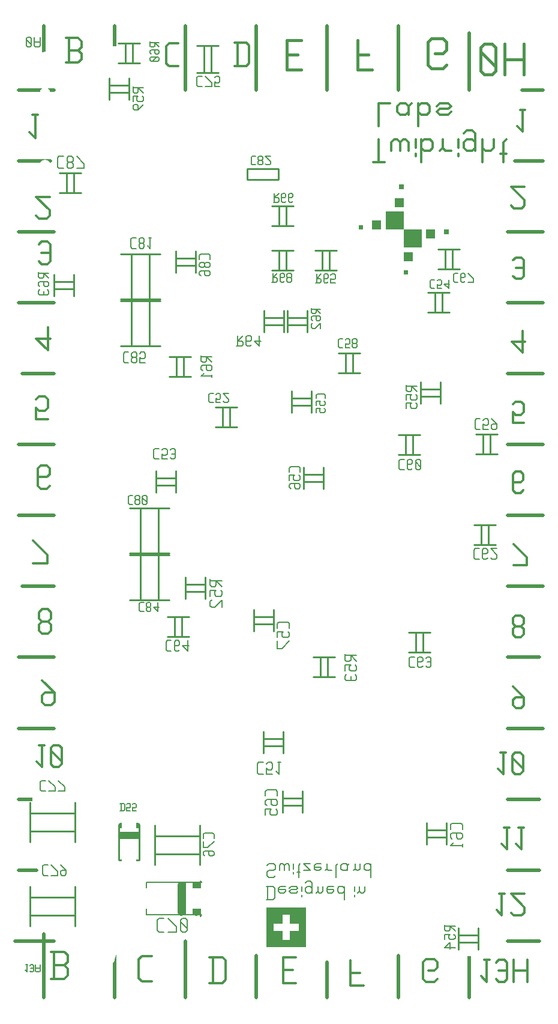
<source format=gbr>
G04 Title: Twister2, silkscreen, solder side *
G04 Creator: pcb-bin 20060321 *
G04 CreationDate: Thu May 25 07:45:50 2006 UTC *
G04 For: clock *
G04 Format: Gerber/RS-274X *
G04 PCB-Dimensions: 322834 546999 *
G04 PCB-Coordinate-Origin: lower left *
%MOIN*%
%FSLAX24Y24*%
%IPPOS*%
%ADD11C,0.0200*%
%ADD12C,0.0479*%
%ADD13C,0.0200*%
%ADD14C,0.0480*%
%ADD15C,0.0120*%
%ADD16C,0.0400*%
%ADD17C,0.0800*%
%ADD18C,0.1080*%
%ADD19C,0.0400*%
%ADD20C,0.0680*%
%ADD21C,0.0399*%
%ADD22C,0.0479*%
%ADD23C,0.0100*%
%ADD24C,0.0374*%
%ADD25R,0.0866X0.0866*%
%ADD26R,0.1142X0.1142*%
%ADD27R,0.0946X0.0946*%
%ADD28C,0.0079*%
%ADD29C,0.0080*%
%ADD30R,0.1102X0.1102*%
%ADD31R,0.1378X0.1378*%
%ADD32R,0.1182X0.1182*%
%ADD33C,0.0394*%
%ADD34R,0.0600X0.0600*%
%ADD35R,0.0876X0.0876*%
%ADD36R,0.0680X0.0680*%
%ADD37R,0.0800X0.0800*%
%ADD38R,0.1076X0.1076*%
%ADD39R,0.0880X0.0880*%
%ADD40C,0.0300*%
%ADD41C,0.0400*%
%ADD42C,0.0200*%
%ADD43R,0.0876X0.0876*%
%ADD44R,0.2000X0.2000*%
%ADD45R,0.2276X0.2276*%
%ADD46R,0.2080X0.2080*%
%ADD47R,0.0500X0.0500*%
%ADD48R,0.0775X0.0775*%
%ADD49R,0.0580X0.0580*%
%ADD50R,0.0552X0.0552*%
%ADD51R,0.0632X0.0632*%
%ADD52C,0.0156*%
%AMTHERM1*7,0,0,0.0828,0.0552,0.0156,45*%
%ADD53THERM1*%
%ADD54R,0.0828X0.0828X0.0552X0.0552*%
%ADD55R,0.0828X0.0828*%
%ADD56C,0.0552*%
%ADD57C,0.0632*%
%ADD58C,0.0828X0.0552*%
%ADD59C,0.0828*%
%ADD60C,0.0600*%
%ADD61C,0.0680*%
%ADD62C,0.0876X0.0600*%
%ADD63C,0.0876*%
%ADD64C,0.0160*%
%AMTHERM2*7,0,0,0.0876,0.0600,0.0160,45*%
%ADD65THERM2*%
%ADD66R,0.0700X0.0700*%
%ADD67R,0.0780X0.0780*%
%ADD68R,0.0975X0.0975X0.0700X0.0700*%
%ADD69R,0.0975X0.0975*%
%ADD70C,0.0700*%
%ADD71C,0.0780*%
%ADD72C,0.0210*%
%AMTHERM3*7,0,0,0.0975,0.0700,0.0210,45*%
%ADD73THERM3*%
%ADD74C,0.0975X0.0700*%
%ADD75C,0.0975*%
%ADD76R,0.0916X0.0916*%
%ADD77R,0.0200X0.0200*%
%ADD78R,0.0476X0.0476*%
%ADD79R,0.0280X0.0280*%
%ADD80C,0.1350*%
%ADD81C,0.1430*%
%ADD82C,0.1626X0.1350*%
%ADD83C,0.1626*%
%ADD84R,0.1378X0.1378*%
%ADD85R,0.1653X0.1653*%
%ADD86R,0.1458X0.1458*%
%ADD87R,0.0984X0.0984*%
%ADD88R,0.1260X0.1260*%
%ADD89R,0.1064X0.1064*%
%ADD90R,0.0620X0.0620*%
%ADD91R,0.0900X0.0900X0.0620X0.0620*%
%ADD92R,0.0900X0.0900*%
%ADD93C,0.0620*%
%ADD94C,0.0900X0.0620*%
%ADD95C,0.0900*%
%ADD96C,0.2500*%
%ADD97C,0.2580*%
%ADD98C,0.0625*%
%AMTHERM4*7,0,0,0.2780,0.2500,0.0625,45*%
%ADD99THERM4*%
%ADD100C,0.2780X0.2500*%
%ADD101C,0.2780*%
%ADD102C,0.0133*%
%AMTHERM5*7,0,0,0.0900,0.0620,0.0133,45*%
%ADD103THERM5*%
%ADD104R,0.2600X0.2600*%
%ADD105R,0.2876X0.2876*%
%ADD106R,0.2680X0.2680*%
%ADD107C,0.0169*%
%ADD108C,0.0135*%
%ADD109C,0.0128*%
%ADD110C,0.0162*%
%ADD111C,0.0122*%
%ADD112C,0.0142*%
%ADD113C,0.0149*%
%ADD114C,0.0119*%
%ADD115C,0.0136*%
%ADD116C,0.0128*%
%ADD117C,0.0108*%
%ADD118C,0.0156*%
%ADD119C,0.0101*%
%ADD120C,0.0094*%
%ADD121C,0.0115*%
%ADD122C,0.0173*%
%ADD123C,0.0146*%
%ADD124C,0.0098*%
%ADD125C,0.0091*%
%ADD126C,0.0118*%
%ADD127C,0.0220*%
%ADD128C,0.0186*%
%ADD129C,0.0152*%
%ADD130C,0.0105*%
%ADD131C,0.0132*%
%ADD132C,0.0800*%
%ADD133C,0.1079*%
%ADD134C,0.1079X0.0800*%
%ADD135C,0.0560*%
%ADD136C,0.0839*%
%ADD137C,0.0839X0.0560*%
%ADD138C,0.0480*%
%ADD139C,0.0759*%
%ADD140C,0.0759X0.0480*%
%ADD141C,0.0650*%
%ADD142C,0.0929*%
%ADD143C,0.0929X0.0650*%
%ADD144C,0.0150*%
%AMTHERM6*7,0,0,0.0929,0.0650,0.0150,45*%
%ADD145THERM6*%
%AMTHERM7*7,0,0,0.1079,0.0800,0.0150,45*%
%ADD146THERM7*%
%ADD147C,0.0839*%
%ADD148C,0.0839X0.0560*%
%ADD149C,0.1080X0.0800*%
%ADD150C,0.0160*%
%AMTHERM8*7,0,0,0.0839,0.0560,0.0160,45*%
%ADD151THERM8*%
%ADD152C,0.0120*%
%AMTHERM9*7,0,0,0.0759,0.0480,0.0120,45*%
%ADD153THERM9*%
%ADD154C,0.0150*%
%AMTHERM10*7,0,0,0.1080,0.0800,0.0150,45*%
%ADD155THERM10*%
%ADD156C,0.0560*%
%ADD157C,0.0839*%
%ADD158C,0.0839X0.0560*%
%LNGROUP_3*%
%LPD*%
G01X0Y0D02*
G54D28*X12626Y6864D02*Y4895D01*
X9634Y6785D02*Y4974D01*
X12704D01*
X9634Y6785D02*X12704D01*
G54D33*X12409Y6627D02*Y5131D01*
G54D28*X12586Y6746D02*Y4974D01*
X12252Y6785D02*Y4974D01*
X11425Y6785D02*Y4974D01*
X11799Y6785D02*Y4974D01*
G54D33*X11582Y6627D02*Y5131D01*
G54D28*X11759Y6746D02*Y4974D01*
X12626Y6864D02*X12704Y6785D01*
Y4974D02*X12626Y4895D01*
G04 Text: C70 *
G54D29*X10334Y4769D02*X10616D01*
X10240Y4675D02*X10334Y4769D01*
X10240Y4111D02*Y4675D01*
Y4111D02*X10334Y4017D01*
X10616D01*
X10841Y4769D02*X11311Y4299D01*
Y4017D02*Y4299D01*
X10841Y4017D02*X11311D01*
X11537Y4675D02*X11631Y4769D01*
X11537Y4111D02*Y4675D01*
Y4111D02*X11631Y4017D01*
X11819D01*
X11913Y4111D01*
Y4675D01*
X11819Y4769D02*X11913Y4675D01*
X11631Y4769D02*X11819D01*
X11537Y4581D02*X11913Y4205D01*
G54D23*X10110Y8359D02*X12610D01*
X10110Y9359D02*X12610D01*
X10110Y9959D02*Y7759D01*
X12610Y9959D02*Y7759D01*
G04 Text: C76 *
G54D29*X13390Y9231D02*Y9447D01*
X13318Y9519D02*X13390Y9447D01*
X12886Y9519D02*X13318D01*
X12886D02*X12814Y9447D01*
Y9231D02*Y9447D01*
X13390Y9059D02*X13030Y8699D01*
X12814D02*X13030D01*
X12814D02*Y9059D01*
Y8310D02*X12886Y8238D01*
X12814Y8310D02*Y8454D01*
X12886Y8526D02*X12814Y8454D01*
X12886Y8526D02*X13318D01*
X13390Y8454D01*
X13102Y8310D02*X13174Y8238D01*
X13102Y8310D02*Y8526D01*
X13390Y8310D02*Y8454D01*
Y8310D02*X13318Y8238D01*
X13174D02*X13318D01*
G54D23*X8115Y9964D02*Y8014D01*
G54D40*X8215Y9964D02*X9125D01*
G54D23*X9225D02*Y8014D01*
X8115D02*X9225D01*
G54D41*X8265Y9374D02*X9075D01*
G54D42*X9015Y9474D02*X9175D01*
X9015Y9274D02*X9175D01*
X8165Y9474D02*X8325D01*
X8165Y9274D02*X8325D01*
G04 Text: D55 *
G54D29*X8230Y10759D02*Y11159D01*
X8380Y10759D02*X8430Y10809D01*
Y11109D01*
X8380Y11159D02*X8430Y11109D01*
X8180Y11159D02*X8380D01*
X8180Y10759D02*X8380D01*
X8550D02*X8750D01*
X8550D02*Y10959D01*
X8600Y10909D01*
X8700D01*
X8750Y10959D01*
Y11109D01*
X8700Y11159D02*X8750Y11109D01*
X8600Y11159D02*X8700D01*
X8550Y11109D02*X8600Y11159D01*
X8870Y10759D02*X9070D01*
X8870D02*Y10959D01*
X8920Y10909D01*
X9020D01*
X9070Y10959D01*
Y11109D01*
X9020Y11159D02*X9070Y11109D01*
X8920Y11159D02*X9020D01*
X8870Y11109D02*X8920Y11159D01*
G54D23*X9810Y39159D02*Y41659D01*
X8810Y39159D02*Y41659D01*
X8210Y39159D02*X10410D01*
X8210Y41659D02*X10410D01*
G04 Text: C81 *
G54D29*X8842Y42539D02*X9058D01*
X8770Y42467D02*X8842Y42539D01*
X8770Y42035D02*Y42467D01*
Y42035D02*X8842Y41963D01*
X9058D01*
X9230Y42467D02*X9302Y42539D01*
X9230Y42323D02*Y42467D01*
Y42323D02*X9302Y42251D01*
X9446D01*
X9518Y42323D01*
Y42467D01*
X9446Y42539D02*X9518Y42467D01*
X9302Y42539D02*X9446D01*
X9230Y42179D02*X9302Y42251D01*
X9230Y42035D02*Y42179D01*
Y42035D02*X9302Y41963D01*
X9446D01*
X9518Y42035D01*
Y42179D01*
X9446Y42251D02*X9518Y42179D01*
X9763Y42539D02*X9907D01*
X9835Y41963D02*Y42539D01*
X9691Y42107D02*X9835Y41963D01*
G54D23*X15230Y46389D02*Y45769D01*
Y46389D02*X16960D01*
Y45769D01*
X15240D02*X16960D01*
G04 Text: C82 *
G54D29*X15521Y47089D02*X15704D01*
X15460Y47028D02*X15521Y47089D01*
X15460Y46662D02*Y47028D01*
Y46662D02*X15521Y46601D01*
X15704D01*
X15850Y47028D02*X15911Y47089D01*
X15850Y46906D02*Y47028D01*
Y46906D02*X15911Y46845D01*
X16033D01*
X16094Y46906D01*
Y47028D01*
X16033Y47089D02*X16094Y47028D01*
X15911Y47089D02*X16033D01*
X15850Y46784D02*X15911Y46845D01*
X15850Y46662D02*Y46784D01*
Y46662D02*X15911Y46601D01*
X16033D01*
X16094Y46662D01*
Y46784D01*
X16033Y46845D02*X16094Y46784D01*
X16241Y46662D02*X16302Y46601D01*
X16485D01*
X16546Y46662D01*
Y46784D01*
X16241Y47089D02*X16546Y46784D01*
X16241Y47089D02*X16546D01*
G54D23*X8060Y53339D02*X9260D01*
X8060Y52239D02*X9260D01*
X8460Y53339D02*Y52239D01*
X8860Y53339D02*Y52239D01*
G04 Text: R60 *
G54D29*X9852Y53195D02*Y53439D01*
Y53195D02*X9913Y53134D01*
X10035D01*
X10096Y53195D02*X10035Y53134D01*
X10096Y53195D02*Y53378D01*
X9852D02*X10340D01*
X10096D02*X10340Y53134D01*
X9852Y52805D02*X9913Y52744D01*
X9852Y52805D02*Y52927D01*
X9913Y52988D02*X9852Y52927D01*
X9913Y52988D02*X10279D01*
X10340Y52927D01*
X10096Y52805D02*X10157Y52744D01*
X10096Y52805D02*Y52988D01*
X10340Y52805D02*Y52927D01*
Y52805D02*X10279Y52744D01*
X10157D02*X10279D01*
Y52597D02*X10340Y52536D01*
X9913Y52597D02*X10279D01*
X9913D02*X9852Y52536D01*
Y52414D02*Y52536D01*
Y52414D02*X9913Y52353D01*
X10279D01*
X10340Y52414D02*X10279Y52353D01*
X10340Y52414D02*Y52536D01*
X10218Y52597D02*X9974Y52353D01*
G54D23*X7560Y51399D02*Y50199D01*
X8660Y51399D02*Y50199D01*
X7560Y50599D02*X8660D01*
X7560Y50999D02*X8660D01*
G04 Text: R59 *
G54D29*X8894Y50651D02*Y50939D01*
Y50651D02*X8966Y50579D01*
X9110D01*
X9182Y50651D02*X9110Y50579D01*
X9182Y50651D02*Y50867D01*
X8894D02*X9470D01*
X9182D02*X9470Y50579D01*
X8894Y50119D02*Y50407D01*
X9182D01*
X9110Y50335D01*
Y50191D02*Y50335D01*
Y50191D02*X9182Y50119D01*
X9398D01*
X9470Y50191D02*X9398Y50119D01*
X9470Y50191D02*Y50335D01*
X9398Y50407D02*X9470Y50335D01*
Y49946D02*X9182Y49658D01*
X8966D02*X9182D01*
X8894Y49730D02*X8966Y49658D01*
X8894Y49730D02*Y49874D01*
X8966Y49946D02*X8894Y49874D01*
X8966Y49946D02*X9110D01*
X9182Y49874D01*
Y49658D02*Y49874D01*
G54D23*X5610Y46149D02*Y45049D01*
X5210Y46149D02*Y45049D01*
X4810D02*X6010D01*
X4810Y46149D02*X6010D01*
G04 Text: C87 *
G54D29*X4783Y47069D02*X5032D01*
X4700Y46986D02*X4783Y47069D01*
X4700Y46488D02*Y46986D01*
Y46488D02*X4783Y46405D01*
X5032D01*
X5231Y46986D02*X5314Y47069D01*
X5231Y46820D02*Y46986D01*
Y46820D02*X5314Y46737D01*
X5480D01*
X5563Y46820D01*
Y46986D01*
X5480Y47069D02*X5563Y46986D01*
X5314Y47069D02*X5480D01*
X5231Y46654D02*X5314Y46737D01*
X5231Y46488D02*Y46654D01*
Y46488D02*X5314Y46405D01*
X5480D01*
X5563Y46488D01*
Y46654D01*
X5480Y46737D02*X5563Y46654D01*
X5762Y47069D02*X6177Y46654D01*
Y46405D02*Y46654D01*
X5762Y46405D02*X6177D01*
G54D23*X26250Y41919D02*Y40819D01*
X26650Y41919D02*Y40819D01*
X25850Y41919D02*X27050D01*
X25850Y40819D02*X27050D01*
G04 Text: C67 *
G54D29*X26771Y40579D02*X26954D01*
X26710Y40518D02*X26771Y40579D01*
X26710Y40152D02*Y40518D01*
Y40152D02*X26771Y40091D01*
X26954D01*
X27283D02*X27344Y40152D01*
X27161Y40091D02*X27283D01*
X27100Y40152D02*X27161Y40091D01*
X27100Y40152D02*Y40518D01*
X27161Y40579D01*
X27283Y40335D02*X27344Y40396D01*
X27100Y40335D02*X27283D01*
X27161Y40579D02*X27283D01*
X27344Y40518D01*
Y40396D02*Y40518D01*
X27491Y40579D02*X27796Y40274D01*
Y40091D02*Y40274D01*
X27491Y40091D02*X27796D01*
G54D23*X26980Y4239D02*Y3039D01*
X28080Y4239D02*Y3039D01*
X26980Y3439D02*X28080D01*
X26980Y3839D02*X28080D01*
G04 Text: R54 *
G54D29*X26214Y4141D02*Y4429D01*
Y4141D02*X26286Y4069D01*
X26430D01*
X26502Y4141D02*X26430Y4069D01*
X26502Y4141D02*Y4357D01*
X26214D02*X26790D01*
X26502D02*X26790Y4069D01*
X26214Y3609D02*Y3897D01*
X26502D01*
X26430Y3825D01*
Y3681D02*Y3825D01*
Y3681D02*X26502Y3609D01*
X26718D01*
X26790Y3681D02*X26718Y3609D01*
X26790Y3681D02*Y3825D01*
X26718Y3897D02*X26790Y3825D01*
X26502Y3436D02*X26214Y3148D01*
X26502Y3076D02*Y3436D01*
X26214Y3148D02*X26790D01*
G54D23*X28250Y26609D02*Y25509D01*
X28650Y26609D02*Y25509D01*
X27850Y26609D02*X29050D01*
X27850Y25509D02*X29050D01*
G04 Text: C62 *
G54D29*X27912Y25299D02*X28128D01*
X27840Y25227D02*X27912Y25299D01*
X27840Y24795D02*Y25227D01*
Y24795D02*X27912Y24723D01*
X28128D01*
X28516D02*X28588Y24795D01*
X28372Y24723D02*X28516D01*
X28300Y24795D02*X28372Y24723D01*
X28300Y24795D02*Y25227D01*
X28372Y25299D01*
X28516Y25011D02*X28588Y25083D01*
X28300Y25011D02*X28516D01*
X28372Y25299D02*X28516D01*
X28588Y25227D01*
Y25083D02*Y25227D01*
X28761Y24795D02*X28833Y24723D01*
X29049D01*
X29121Y24795D01*
Y24939D01*
X28761Y25299D02*X29121Y24939D01*
X28761Y25299D02*X29121D01*
G54D23*X9810Y39059D02*Y36559D01*
X8810Y39059D02*Y36559D01*
X8210D02*X10410D01*
X8210Y39059D02*X10410D01*
G04 Text: C85 *
G54D29*X8432Y36199D02*X8648D01*
X8360Y36127D02*X8432Y36199D01*
X8360Y35695D02*Y36127D01*
Y35695D02*X8432Y35623D01*
X8648D01*
X8820Y36127D02*X8892Y36199D01*
X8820Y35983D02*Y36127D01*
Y35983D02*X8892Y35911D01*
X9036D01*
X9108Y35983D01*
Y36127D01*
X9036Y36199D02*X9108Y36127D01*
X8892Y36199D02*X9036D01*
X8820Y35839D02*X8892Y35911D01*
X8820Y35695D02*Y35839D01*
Y35695D02*X8892Y35623D01*
X9036D01*
X9108Y35695D01*
Y35839D01*
X9036Y35911D02*X9108Y35839D01*
X9281Y35623D02*X9569D01*
X9281D02*Y35911D01*
X9353Y35839D01*
X9497D01*
X9569Y35911D01*
Y36127D01*
X9497Y36199D02*X9569Y36127D01*
X9353Y36199D02*X9497D01*
X9281Y36127D02*X9353Y36199D01*
G54D23*X24610Y19539D02*Y20639D01*
X25010Y19539D02*Y20639D01*
X24210D02*X25410D01*
X24210Y19539D02*X25410D01*
G04 Text: C63 *
G54D29*X24312Y19289D02*X24528D01*
X24240Y19217D02*X24312Y19289D01*
X24240Y18785D02*Y19217D01*
Y18785D02*X24312Y18713D01*
X24528D01*
X24916D02*X24988Y18785D01*
X24772Y18713D02*X24916D01*
X24700Y18785D02*X24772Y18713D01*
X24700Y18785D02*Y19217D01*
X24772Y19289D01*
X24916Y19001D02*X24988Y19073D01*
X24700Y19001D02*X24916D01*
X24772Y19289D02*X24916D01*
X24988Y19217D01*
Y19073D02*Y19217D01*
X25161Y18785D02*X25233Y18713D01*
X25377D01*
X25449Y18785D01*
Y19217D01*
X25377Y19289D02*X25449Y19217D01*
X25233Y19289D02*X25377D01*
X25161Y19217D02*X25233Y19289D01*
Y19001D02*X25449D01*
G54D23*X25220Y9269D02*X26320D01*
X25220Y9669D02*X26320D01*
X25220Y10069D02*Y8869D01*
X26320Y10069D02*Y8869D01*
G04 Text: C61 *
G54D29*X27190Y9717D02*Y9966D01*
X27107Y10049D02*X27190Y9966D01*
X26609Y10049D02*X27107D01*
X26609D02*X26526Y9966D01*
Y9717D02*Y9966D01*
Y9269D02*X26609Y9186D01*
X26526Y9269D02*Y9435D01*
X26609Y9518D02*X26526Y9435D01*
X26609Y9518D02*X27107D01*
X27190Y9435D01*
X26858Y9269D02*X26941Y9186D01*
X26858Y9269D02*Y9518D01*
X27190Y9269D02*Y9435D01*
Y9269D02*X27107Y9186D01*
X26941D02*X27107D01*
X27190Y8738D02*Y8904D01*
X26526Y8821D02*X27190D01*
X26692Y8987D02*X26526Y8821D01*
G54D23*X25680Y39529D02*Y38429D01*
X26080Y39529D02*Y38429D01*
X25280Y39529D02*X26480D01*
X25280Y38429D02*X26480D01*
G04 Text: C54 *
G54D29*X25459Y40227D02*X25642D01*
X25398Y40166D02*X25459Y40227D01*
X25398Y39800D02*Y40166D01*
Y39800D02*X25459Y39739D01*
X25642D01*
X25788D02*X26032D01*
X25788D02*Y39983D01*
X25849Y39922D01*
X25971D01*
X26032Y39983D01*
Y40166D01*
X25971Y40227D02*X26032Y40166D01*
X25849Y40227D02*X25971D01*
X25788Y40166D02*X25849Y40227D01*
X26179Y39983D02*X26423Y39739D01*
X26179Y39983D02*X26484D01*
X26423Y39739D02*Y40227D01*
G54D23*X11260Y41009D02*X12360D01*
X11260Y41409D02*X12360D01*
X11260Y41809D02*Y40609D01*
X12360Y41809D02*Y40609D01*
G04 Text: C86 *
G54D29*X13160Y41361D02*Y41577D01*
X13088Y41649D02*X13160Y41577D01*
X12656Y41649D02*X13088D01*
X12656D02*X12584Y41577D01*
Y41361D02*Y41577D01*
X13088Y41189D02*X13160Y41117D01*
X12944Y41189D02*X13088D01*
X12944D02*X12872Y41117D01*
Y40973D02*Y41117D01*
Y40973D02*X12944Y40901D01*
X13088D01*
X13160Y40973D02*X13088Y40901D01*
X13160Y40973D02*Y41117D01*
X12800Y41189D02*X12872Y41117D01*
X12656Y41189D02*X12800D01*
X12656D02*X12584Y41117D01*
Y40973D02*Y41117D01*
Y40973D02*X12656Y40901D01*
X12800D01*
X12872Y40973D02*X12800Y40901D01*
X12584Y40512D02*X12656Y40440D01*
X12584Y40512D02*Y40656D01*
X12656Y40728D02*X12584Y40656D01*
X12656Y40728D02*X13088D01*
X13160Y40656D01*
X12872Y40512D02*X12944Y40440D01*
X12872Y40512D02*Y40728D01*
X13160Y40512D02*Y40656D01*
Y40512D02*X13088Y40440D01*
X12944D02*X13088D01*
G54D23*X10310Y24959D02*Y22459D01*
X9310Y24959D02*Y22459D01*
X8710D02*X10910D01*
X8710Y24959D02*X10910D01*
G04 Text: C84 *
G54D29*X9311Y22299D02*X9494D01*
X9250Y22238D02*X9311Y22299D01*
X9250Y21872D02*Y22238D01*
Y21872D02*X9311Y21811D01*
X9494D01*
X9640Y22238D02*X9701Y22299D01*
X9640Y22116D02*Y22238D01*
Y22116D02*X9701Y22055D01*
X9823D01*
X9884Y22116D01*
Y22238D01*
X9823Y22299D02*X9884Y22238D01*
X9701Y22299D02*X9823D01*
X9640Y21994D02*X9701Y22055D01*
X9640Y21872D02*Y21994D01*
Y21872D02*X9701Y21811D01*
X9823D01*
X9884Y21872D01*
Y21994D01*
X9823Y22055D02*X9884Y21994D01*
X10031Y22055D02*X10275Y21811D01*
X10031Y22055D02*X10336D01*
X10275Y21811D02*Y22299D01*
G54D23*X21110Y36159D02*Y35059D01*
X20710Y36159D02*Y35059D01*
X20310D02*X21510D01*
X20310Y36159D02*X21510D01*
G04 Text: C58 *
G54D29*X20361Y36939D02*X20544D01*
X20300Y36878D02*X20361Y36939D01*
X20300Y36512D02*Y36878D01*
Y36512D02*X20361Y36451D01*
X20544D01*
X20690D02*X20934D01*
X20690D02*Y36695D01*
X20751Y36634D01*
X20873D01*
X20934Y36695D01*
Y36878D01*
X20873Y36939D02*X20934Y36878D01*
X20751Y36939D02*X20873D01*
X20690Y36878D02*X20751Y36939D01*
X21081Y36878D02*X21142Y36939D01*
X21081Y36756D02*Y36878D01*
Y36756D02*X21142Y36695D01*
X21264D01*
X21325Y36756D01*
Y36878D01*
X21264Y36939D02*X21325Y36878D01*
X21142Y36939D02*X21264D01*
X21081Y36634D02*X21142Y36695D01*
X21081Y36512D02*Y36634D01*
Y36512D02*X21142Y36451D01*
X21264D01*
X21325Y36512D01*
Y36634D01*
X21264Y36695D02*X21325Y36634D01*
G54D23*X16140Y14359D02*X17240D01*
X16140Y14759D02*X17240D01*
X16140Y15159D02*Y13959D01*
X17240Y15159D02*Y13959D01*
G04 Text: C51 *
G54D29*X15873Y13439D02*X16122D01*
X15790Y13356D02*X15873Y13439D01*
X15790Y12858D02*Y13356D01*
Y12858D02*X15873Y12775D01*
X16122D01*
X16321D02*X16653D01*
X16321D02*Y13107D01*
X16404Y13024D01*
X16570D01*
X16653Y13107D01*
Y13356D01*
X16570Y13439D02*X16653Y13356D01*
X16404Y13439D02*X16570D01*
X16321Y13356D02*X16404Y13439D01*
X16935D02*X17101D01*
X17018Y12775D02*Y13439D01*
X16852Y12941D02*X17018Y12775D01*
G54D23*X15600Y21119D02*X16700D01*
X15600Y21519D02*X16700D01*
X15600Y21919D02*Y20719D01*
X16700Y21919D02*Y20719D01*
G04 Text: C57 *
G54D29*X17580Y20897D02*Y21146D01*
X17497Y21229D02*X17580Y21146D01*
X16999Y21229D02*X17497D01*
X16999D02*X16916Y21146D01*
Y20897D02*Y21146D01*
Y20366D02*Y20698D01*
X17248D01*
X17165Y20615D01*
Y20449D02*Y20615D01*
Y20449D02*X17248Y20366D01*
X17497D01*
X17580Y20449D02*X17497Y20366D01*
X17580Y20449D02*Y20615D01*
X17497Y20698D02*X17580Y20615D01*
Y20167D02*X17165Y19752D01*
X16916D02*X17165D01*
X16916D02*Y20167D01*
G54D23*X10310Y27559D02*Y25059D01*
X9310Y27559D02*Y25059D01*
X8710D02*X10910D01*
X8710Y27559D02*X10910D01*
G04 Text: C80 *
G54D29*X8691Y28249D02*X8874D01*
X8630Y28188D02*X8691Y28249D01*
X8630Y27822D02*Y28188D01*
Y27822D02*X8691Y27761D01*
X8874D01*
X9020Y28188D02*X9081Y28249D01*
X9020Y28066D02*Y28188D01*
Y28066D02*X9081Y28005D01*
X9203D01*
X9264Y28066D01*
Y28188D01*
X9203Y28249D02*X9264Y28188D01*
X9081Y28249D02*X9203D01*
X9020Y27944D02*X9081Y28005D01*
X9020Y27822D02*Y27944D01*
Y27822D02*X9081Y27761D01*
X9203D01*
X9264Y27822D01*
Y27944D01*
X9203Y28005D02*X9264Y27944D01*
X9411Y28188D02*X9472Y28249D01*
X9411Y27822D02*Y28188D01*
Y27822D02*X9472Y27761D01*
X9594D01*
X9655Y27822D01*
Y28188D01*
X9594Y28249D02*X9655Y28188D01*
X9472Y28249D02*X9594D01*
X9411Y28127D02*X9655Y27883D01*
G54D23*X10910Y34859D02*X12110D01*
X10910Y35959D02*X12110D01*
X11710D02*Y34859D01*
X11310Y35959D02*Y34859D01*
G04 Text: R61 *
G54D29*X12684Y35721D02*Y36009D01*
Y35721D02*X12756Y35649D01*
X12900D01*
X12972Y35721D02*X12900Y35649D01*
X12972Y35721D02*Y35937D01*
X12684D02*X13260D01*
X12972D02*X13260Y35649D01*
X12684Y35261D02*X12756Y35189D01*
X12684Y35261D02*Y35405D01*
X12756Y35477D02*X12684Y35405D01*
X12756Y35477D02*X13188D01*
X13260Y35405D01*
X12972Y35261D02*X13044Y35189D01*
X12972Y35261D02*Y35477D01*
X13260Y35261D02*Y35405D01*
Y35261D02*X13188Y35189D01*
X13044D02*X13188D01*
X13260Y34800D02*Y34944D01*
X12684Y34872D02*X13260D01*
X12828Y35016D02*X12684Y34872D01*
G54D23*X17260Y37309D02*Y38509D01*
X16160Y37309D02*Y38509D01*
Y38109D02*X17260D01*
X16160Y37709D02*X17260D01*
G04 Text: R64 *
G54D29*X14640Y36533D02*X14928D01*
X15000Y36605D01*
Y36749D01*
X14928Y36821D02*X15000Y36749D01*
X14712Y36821D02*X14928D01*
X14712Y36533D02*Y37109D01*
Y36821D02*X15000Y37109D01*
X15388Y36533D02*X15460Y36605D01*
X15244Y36533D02*X15388D01*
X15172Y36605D02*X15244Y36533D01*
X15172Y36605D02*Y37037D01*
X15244Y37109D01*
X15388Y36821D02*X15460Y36893D01*
X15172Y36821D02*X15388D01*
X15244Y37109D02*X15388D01*
X15460Y37037D01*
Y36893D02*Y37037D01*
X15633Y36821D02*X15921Y36533D01*
X15633Y36821D02*X15993D01*
X15921Y36533D02*Y37109D01*
G54D23*X4510Y40529D02*Y39329D01*
X5610Y40529D02*Y39329D01*
X4510Y39729D02*X5610D01*
X4510Y40129D02*X5610D01*
G04 Text: R63 *
G54D29*X3644Y40371D02*Y40659D01*
Y40371D02*X3716Y40299D01*
X3860D01*
X3932Y40371D02*X3860Y40299D01*
X3932Y40371D02*Y40587D01*
X3644D02*X4220D01*
X3932D02*X4220Y40299D01*
X3644Y39911D02*X3716Y39839D01*
X3644Y39911D02*Y40055D01*
X3716Y40127D02*X3644Y40055D01*
X3716Y40127D02*X4148D01*
X4220Y40055D01*
X3932Y39911D02*X4004Y39839D01*
X3932Y39911D02*Y40127D01*
X4220Y39911D02*Y40055D01*
Y39911D02*X4148Y39839D01*
X4004D02*X4148D01*
X3716Y39666D02*X3644Y39594D01*
Y39450D02*Y39594D01*
Y39450D02*X3716Y39378D01*
X4148D01*
X4220Y39450D02*X4148Y39378D01*
X4220Y39450D02*Y39594D01*
X4148Y39666D02*X4220Y39594D01*
X3932Y39378D02*Y39594D01*
G54D23*X18370Y29419D02*X19470D01*
X18370Y29019D02*X19470D01*
Y29819D02*Y28619D01*
X18370Y29819D02*Y28619D01*
G04 Text: C56 *
G54D29*X18160Y29551D02*Y29767D01*
X18088Y29839D02*X18160Y29767D01*
X17656Y29839D02*X18088D01*
X17656D02*X17584Y29767D01*
Y29551D02*Y29767D01*
Y29091D02*Y29379D01*
X17872D01*
X17800Y29307D01*
Y29163D02*Y29307D01*
Y29163D02*X17872Y29091D01*
X18088D01*
X18160Y29163D02*X18088Y29091D01*
X18160Y29163D02*Y29307D01*
X18088Y29379D02*X18160Y29307D01*
X17584Y28702D02*X17656Y28630D01*
X17584Y28702D02*Y28846D01*
X17656Y28918D02*X17584Y28846D01*
X17656Y28918D02*X18088D01*
X18160Y28846D01*
X17872Y28702D02*X17944Y28630D01*
X17872Y28702D02*Y28918D01*
X18160Y28702D02*Y28846D01*
Y28702D02*X18088Y28630D01*
X17944D02*X18088D01*
G54D23*X3160Y10609D02*X5660D01*
X3160Y9609D02*X5660D01*
Y11209D02*Y9009D01*
X3160Y11209D02*Y9009D01*
G04 Text: C77 *
G54D29*X3812Y12429D02*X4028D01*
X3740Y12357D02*X3812Y12429D01*
X3740Y11925D02*Y12357D01*
Y11925D02*X3812Y11853D01*
X4028D01*
X4200Y12429D02*X4560Y12069D01*
Y11853D02*Y12069D01*
X4200Y11853D02*X4560D01*
X4733Y12429D02*X5093Y12069D01*
Y11853D02*Y12069D01*
X4733Y11853D02*X5093D01*
G54D23*X10160Y28809D02*X11260D01*
X10160Y29209D02*X11260D01*
X10160Y29609D02*Y28409D01*
X11260Y29609D02*Y28409D01*
G04 Text: C53 *
G54D29*X10112Y30849D02*X10328D01*
X10040Y30777D02*X10112Y30849D01*
X10040Y30345D02*Y30777D01*
Y30345D02*X10112Y30273D01*
X10328D01*
X10500D02*X10788D01*
X10500D02*Y30561D01*
X10572Y30489D01*
X10716D01*
X10788Y30561D01*
Y30777D01*
X10716Y30849D02*X10788Y30777D01*
X10572Y30849D02*X10716D01*
X10500Y30777D02*X10572Y30849D01*
X10961Y30345D02*X11033Y30273D01*
X11177D01*
X11249Y30345D01*
Y30777D01*
X11177Y30849D02*X11249Y30777D01*
X11033Y30849D02*X11177D01*
X10961Y30777D02*X11033Y30849D01*
Y30561D02*X11249D01*
G54D23*X17190Y11449D02*X18290D01*
X17190Y11049D02*X18290D01*
Y11849D02*Y10649D01*
X17190Y11849D02*Y10649D01*
G04 Text: C65 *
G54D29*X16910Y11577D02*Y11826D01*
X16827Y11909D02*X16910Y11826D01*
X16329Y11909D02*X16827D01*
X16329D02*X16246Y11826D01*
Y11577D02*Y11826D01*
Y11129D02*X16329Y11046D01*
X16246Y11129D02*Y11295D01*
X16329Y11378D02*X16246Y11295D01*
X16329Y11378D02*X16827D01*
X16910Y11295D01*
X16578Y11129D02*X16661Y11046D01*
X16578Y11129D02*Y11378D01*
X16910Y11129D02*Y11295D01*
Y11129D02*X16827Y11046D01*
X16661D02*X16827D01*
X16246Y10515D02*Y10847D01*
X16578D01*
X16495Y10764D01*
Y10598D02*Y10764D01*
Y10598D02*X16578Y10515D01*
X16827D01*
X16910Y10598D02*X16827Y10515D01*
X16910Y10598D02*Y10764D01*
X16827Y10847D02*X16910Y10764D01*
G54D23*X19010Y41859D02*X20210D01*
X19010Y40759D02*X20210D01*
X19410Y41859D02*Y40759D01*
X19810Y41859D02*Y40759D01*
G04 Text: R65 *
G54D29*X19040Y40051D02*X19284D01*
X19345Y40112D01*
Y40234D01*
X19284Y40295D02*X19345Y40234D01*
X19101Y40295D02*X19284D01*
X19101Y40051D02*Y40539D01*
Y40295D02*X19345Y40539D01*
X19674Y40051D02*X19735Y40112D01*
X19552Y40051D02*X19674D01*
X19491Y40112D02*X19552Y40051D01*
X19491Y40112D02*Y40478D01*
X19552Y40539D01*
X19674Y40295D02*X19735Y40356D01*
X19491Y40295D02*X19674D01*
X19552Y40539D02*X19674D01*
X19735Y40478D01*
Y40356D02*Y40478D01*
X19882Y40051D02*X20126D01*
X19882D02*Y40295D01*
X19943Y40234D01*
X20065D01*
X20126Y40295D01*
Y40478D01*
X20065Y40539D02*X20126Y40478D01*
X19943Y40539D02*X20065D01*
X19882Y40478D02*X19943Y40539D01*
G54D23*X14260Y33159D02*Y32059D01*
X13860Y33159D02*Y32059D01*
X13460D02*X14660D01*
X13460Y33159D02*X14660D01*
G04 Text: C52 *
G54D29*X13181Y33899D02*X13364D01*
X13120Y33838D02*X13181Y33899D01*
X13120Y33472D02*Y33838D01*
Y33472D02*X13181Y33411D01*
X13364D01*
X13510D02*X13754D01*
X13510D02*Y33655D01*
X13571Y33594D01*
X13693D01*
X13754Y33655D01*
Y33838D01*
X13693Y33899D02*X13754Y33838D01*
X13571Y33899D02*X13693D01*
X13510Y33838D02*X13571Y33899D01*
X13901Y33472D02*X13962Y33411D01*
X14145D01*
X14206Y33472D01*
Y33594D01*
X13901Y33899D02*X14206Y33594D01*
X13901Y33899D02*X14206D01*
G54D23*X12910Y23709D02*Y22509D01*
X11810Y23709D02*Y22509D01*
Y23309D02*X12910D01*
X11810Y22909D02*X12910D01*
G04 Text: R52 *
G54D29*X13176Y23267D02*Y23599D01*
Y23267D02*X13259Y23184D01*
X13425D01*
X13508Y23267D02*X13425Y23184D01*
X13508Y23267D02*Y23516D01*
X13176D02*X13840D01*
X13508D02*X13840Y23184D01*
X13176Y22653D02*Y22985D01*
X13508D01*
X13425Y22902D01*
Y22736D02*Y22902D01*
Y22736D02*X13508Y22653D01*
X13757D01*
X13840Y22736D02*X13757Y22653D01*
X13840Y22736D02*Y22902D01*
X13757Y22985D02*X13840Y22902D01*
X13259Y22454D02*X13176Y22371D01*
Y22122D02*Y22371D01*
Y22122D02*X13259Y22039D01*
X13425D01*
X13840Y22454D02*X13425Y22039D01*
X13840D02*Y22454D01*
G54D23*X18900Y19269D02*X20100D01*
X18900Y18169D02*X20100D01*
X19300Y19269D02*Y18169D01*
X19700Y19269D02*Y18169D01*
G04 Text: R53 *
G54D29*X20656Y19117D02*Y19449D01*
Y19117D02*X20739Y19034D01*
X20905D01*
X20988Y19117D02*X20905Y19034D01*
X20988Y19117D02*Y19366D01*
X20656D02*X21320D01*
X20988D02*X21320Y19034D01*
X20656Y18503D02*Y18835D01*
X20988D01*
X20905Y18752D01*
Y18586D02*Y18752D01*
Y18586D02*X20988Y18503D01*
X21237D01*
X21320Y18586D02*X21237Y18503D01*
X21320Y18586D02*Y18752D01*
X21237Y18835D02*X21320Y18752D01*
X20739Y18304D02*X20656Y18221D01*
Y18055D02*Y18221D01*
Y18055D02*X20739Y17972D01*
X21237D01*
X21320Y18055D02*X21237Y17972D01*
X21320Y18055D02*Y18221D01*
X21237Y18304D02*X21320Y18221D01*
X20988Y17972D02*Y18221D01*
G54D23*X11190Y21529D02*Y20429D01*
X11590Y21529D02*Y20429D01*
X10790Y21529D02*X11990D01*
X10790Y20429D02*X11990D01*
G04 Text: C64 *
G54D29*X10802Y20199D02*X11018D01*
X10730Y20127D02*X10802Y20199D01*
X10730Y19695D02*Y20127D01*
Y19695D02*X10802Y19623D01*
X11018D01*
X11406D02*X11478Y19695D01*
X11262Y19623D02*X11406D01*
X11190Y19695D02*X11262Y19623D01*
X11190Y19695D02*Y20127D01*
X11262Y20199D01*
X11406Y19911D02*X11478Y19983D01*
X11190Y19911D02*X11406D01*
X11262Y20199D02*X11406D01*
X11478Y20127D01*
Y19983D02*Y20127D01*
X11651Y19911D02*X11939Y19623D01*
X11651Y19911D02*X12011D01*
X11939Y19623D02*Y20199D01*
G54D23*X16610Y40759D02*X17810D01*
X16610Y41859D02*X17810D01*
X17410D02*Y40759D01*
X17010Y41859D02*Y40759D01*
G04 Text: R68 *
G54D29*X16610Y40091D02*X16854D01*
X16915Y40152D01*
Y40274D01*
X16854Y40335D02*X16915Y40274D01*
X16671Y40335D02*X16854D01*
X16671Y40091D02*Y40579D01*
Y40335D02*X16915Y40579D01*
X17244Y40091D02*X17305Y40152D01*
X17122Y40091D02*X17244D01*
X17061Y40152D02*X17122Y40091D01*
X17061Y40152D02*Y40518D01*
X17122Y40579D01*
X17244Y40335D02*X17305Y40396D01*
X17061Y40335D02*X17244D01*
X17122Y40579D02*X17244D01*
X17305Y40518D01*
Y40396D02*Y40518D01*
X17452D02*X17513Y40579D01*
X17452Y40396D02*Y40518D01*
Y40396D02*X17513Y40335D01*
X17635D01*
X17696Y40396D01*
Y40518D01*
X17635Y40579D02*X17696Y40518D01*
X17513Y40579D02*X17635D01*
X17452Y40274D02*X17513Y40335D01*
X17452Y40152D02*Y40274D01*
Y40152D02*X17513Y40091D01*
X17635D01*
X17696Y40152D01*
Y40274D01*
X17635Y40335D02*X17696Y40274D01*
G54D23*X13250Y53219D02*Y51719D01*
X12850Y53219D02*Y51719D01*
X12450D02*X13650D01*
X12450Y53219D02*X13650D01*
G04 Text: C75 *
G54D29*X12512Y51519D02*X12728D01*
X12440Y51447D02*X12512Y51519D01*
X12440Y51015D02*Y51447D01*
Y51015D02*X12512Y50943D01*
X12728D01*
X12900Y51519D02*X13260Y51159D01*
Y50943D02*Y51159D01*
X12900Y50943D02*X13260D01*
X13433D02*X13721D01*
X13433D02*Y51231D01*
X13505Y51159D01*
X13649D01*
X13721Y51231D01*
Y51447D01*
X13649Y51519D02*X13721Y51447D01*
X13505Y51519D02*X13649D01*
X13433Y51447D02*X13505Y51519D01*
G54D23*X25960Y34559D02*Y33359D01*
X24860Y34559D02*Y33359D01*
Y34159D02*X25960D01*
X24860Y33759D02*X25960D01*
G04 Text: R55 *
G54D29*X24084Y34091D02*Y34379D01*
Y34091D02*X24156Y34019D01*
X24300D01*
X24372Y34091D02*X24300Y34019D01*
X24372Y34091D02*Y34307D01*
X24084D02*X24660D01*
X24372D02*X24660Y34019D01*
X24084Y33559D02*Y33847D01*
X24372D01*
X24300Y33775D01*
Y33631D02*Y33775D01*
Y33631D02*X24372Y33559D01*
X24588D01*
X24660Y33631D02*X24588Y33559D01*
X24660Y33631D02*Y33775D01*
X24588Y33847D02*X24660Y33775D01*
X24084Y33098D02*Y33386D01*
X24372D01*
X24300Y33314D01*
Y33170D02*Y33314D01*
Y33170D02*X24372Y33098D01*
X24588D01*
X24660Y33170D02*X24588Y33098D01*
X24660Y33170D02*Y33314D01*
X24588Y33386D02*X24660Y33314D01*
G54D23*X17710Y33259D02*X18810D01*
X17710Y33659D02*X18810D01*
X17710Y34059D02*Y32859D01*
X18810Y34059D02*Y32859D01*
G04 Text: C55 *
G54D29*X19560Y33635D02*Y33818D01*
X19499Y33879D02*X19560Y33818D01*
X19133Y33879D02*X19499D01*
X19133D02*X19072Y33818D01*
Y33635D02*Y33818D01*
Y33245D02*Y33489D01*
X19316D01*
X19255Y33428D01*
Y33306D02*Y33428D01*
Y33306D02*X19316Y33245D01*
X19499D01*
X19560Y33306D02*X19499Y33245D01*
X19560Y33306D02*Y33428D01*
X19499Y33489D02*X19560Y33428D01*
X19072Y32854D02*Y33098D01*
X19316D01*
X19255Y33037D01*
Y32915D02*Y33037D01*
Y32915D02*X19316Y32854D01*
X19499D01*
X19560Y32915D02*X19499Y32854D01*
X19560Y32915D02*Y33037D01*
X19499Y33098D02*X19560Y33037D01*
G54D23*X18560Y38509D02*Y37309D01*
X17460Y38509D02*Y37309D01*
Y38109D02*X18560D01*
X17460Y37709D02*X18560D01*
G04 Text: R62 *
G54D29*X18812Y38415D02*Y38659D01*
Y38415D02*X18873Y38354D01*
X18995D01*
X19056Y38415D02*X18995Y38354D01*
X19056Y38415D02*Y38598D01*
X18812D02*X19300D01*
X19056D02*X19300Y38354D01*
X18812Y38025D02*X18873Y37964D01*
X18812Y38025D02*Y38147D01*
X18873Y38208D02*X18812Y38147D01*
X18873Y38208D02*X19239D01*
X19300Y38147D01*
X19056Y38025D02*X19117Y37964D01*
X19056Y38025D02*Y38208D01*
X19300Y38025D02*Y38147D01*
Y38025D02*X19239Y37964D01*
X19117D02*X19239D01*
X18873Y37817D02*X18812Y37756D01*
Y37573D02*Y37756D01*
Y37573D02*X18873Y37512D01*
X18995D01*
X19300Y37817D02*X18995Y37512D01*
X19300D02*Y37817D01*
G54D23*X16620Y43229D02*X17820D01*
X16620Y44329D02*X17820D01*
X17420D02*Y43229D01*
X17020Y44329D02*Y43229D01*
G04 Text: R66 *
G54D29*X16690Y44531D02*X16934D01*
X16995Y44592D01*
Y44714D01*
X16934Y44775D02*X16995Y44714D01*
X16751Y44775D02*X16934D01*
X16751Y44531D02*Y45019D01*
Y44775D02*X16995Y45019D01*
X17324Y44531D02*X17385Y44592D01*
X17202Y44531D02*X17324D01*
X17141Y44592D02*X17202Y44531D01*
X17141Y44592D02*Y44958D01*
X17202Y45019D01*
X17324Y44775D02*X17385Y44836D01*
X17141Y44775D02*X17324D01*
X17202Y45019D02*X17324D01*
X17385Y44958D01*
Y44836D02*Y44958D01*
X17715Y44531D02*X17776Y44592D01*
X17593Y44531D02*X17715D01*
X17532Y44592D02*X17593Y44531D01*
X17532Y44592D02*Y44958D01*
X17593Y45019D01*
X17715Y44775D02*X17776Y44836D01*
X17532Y44775D02*X17715D01*
X17593Y45019D02*X17715D01*
X17776Y44958D01*
Y44836D02*Y44958D01*
G54D23*X3160Y4959D02*X5660D01*
X3160Y5959D02*X5660D01*
X3160Y6559D02*Y4359D01*
X5660Y6559D02*Y4359D01*
G04 Text: C79 *
G54D29*X3952Y7739D02*X4168D01*
X3880Y7667D02*X3952Y7739D01*
X3880Y7235D02*Y7667D01*
Y7235D02*X3952Y7163D01*
X4168D01*
X4340Y7739D02*X4700Y7379D01*
Y7163D02*Y7379D01*
X4340Y7163D02*X4700D01*
X4873Y7739D02*X5161Y7451D01*
Y7235D02*Y7451D01*
X5089Y7163D02*X5161Y7235D01*
X4945Y7163D02*X5089D01*
X4873Y7235D02*X4945Y7163D01*
X4873Y7235D02*Y7379D01*
X4945Y7451D01*
X5161D01*
G54D23*X24040Y31599D02*Y30499D01*
X24440Y31599D02*Y30499D01*
X23640Y31599D02*X24840D01*
X23640Y30499D02*X24840D01*
G04 Text: C60 *
G54D29*X23742Y30259D02*X23958D01*
X23670Y30187D02*X23742Y30259D01*
X23670Y29755D02*Y30187D01*
Y29755D02*X23742Y29683D01*
X23958D01*
X24346D02*X24418Y29755D01*
X24202Y29683D02*X24346D01*
X24130Y29755D02*X24202Y29683D01*
X24130Y29755D02*Y30187D01*
X24202Y30259D01*
X24346Y29971D02*X24418Y30043D01*
X24130Y29971D02*X24346D01*
X24202Y30259D02*X24346D01*
X24418Y30187D01*
Y30043D02*Y30187D01*
X24591D02*X24663Y30259D01*
X24591Y29755D02*Y30187D01*
Y29755D02*X24663Y29683D01*
X24807D01*
X24879Y29755D01*
Y30187D01*
X24807Y30259D02*X24879Y30187D01*
X24663Y30259D02*X24807D01*
X24591Y30115D02*X24879Y29827D01*
G54D23*X28340Y31649D02*Y30549D01*
X28740Y31649D02*Y30549D01*
X27940Y31649D02*X29140D01*
X27940Y30549D02*X29140D01*
G04 Text: C59 *
G54D29*X27962Y32499D02*X28178D01*
X27890Y32427D02*X27962Y32499D01*
X27890Y31995D02*Y32427D01*
Y31995D02*X27962Y31923D01*
X28178D01*
X28350D02*X28638D01*
X28350D02*Y32211D01*
X28422Y32139D01*
X28566D01*
X28638Y32211D01*
Y32427D01*
X28566Y32499D02*X28638Y32427D01*
X28422Y32499D02*X28566D01*
X28350Y32427D02*X28422Y32499D01*
X28811D02*X29099Y32211D01*
Y31995D02*Y32211D01*
X29027Y31923D02*X29099Y31995D01*
X28883Y31923D02*X29027D01*
X28811Y31995D02*X28883Y31923D01*
X28811Y31995D02*Y32139D01*
X28883Y32211D01*
X29099D01*
G54D23*G36*
X23932Y41759D02*X24432D01*
Y41259D01*
X23932D01*
Y41759D01*
G37*
G36*
Y40759D02*X24182D01*
Y40509D01*
X23932D01*
Y40759D01*
G37*
G36*
Y45259D02*X23682D01*
Y45509D01*
X23932D01*
Y45259D01*
G37*
G36*
Y44759D02*X23432D01*
Y44259D01*
X23932D01*
Y44759D01*
G37*
G36*
X21682Y43259D02*X21432D01*
Y43009D01*
X21682D01*
Y43259D01*
G37*
G36*
X22682Y43509D02*X22182D01*
Y43009D01*
X22682D01*
Y43509D01*
G37*
G36*
X26182Y42759D02*X26432D01*
Y43009D01*
X26182D01*
Y42759D01*
G37*
G36*
X25182Y42509D02*X25682D01*
Y43009D01*
X25182D01*
Y42509D01*
G37*
G36*
X23932Y44009D02*X22932D01*
Y43009D01*
X23932D01*
Y44009D01*
G37*
G36*
Y43009D02*X24932D01*
Y42009D01*
X23932D01*
Y43009D01*
G37*
G36*
X16311Y5367D02*X16711D01*
Y3167D01*
X16311D01*
Y5367D01*
G37*
G36*
X18111D02*X18511D01*
Y3167D01*
X18111D01*
Y5367D01*
G37*
G36*
X16311D02*X18511D01*
Y4967D01*
X16311D01*
Y5367D01*
G37*
G36*
X17211Y3167D02*X16311D01*
Y4067D01*
X17211D01*
Y3167D01*
G37*
G36*
X17611D02*X18511D01*
Y4067D01*
X17611D01*
Y3167D01*
G37*
G36*
X16311Y3567D02*X18511D01*
Y3167D01*
X16311D01*
Y3567D01*
G37*
G36*
X17611Y5367D02*X18511D01*
Y4467D01*
X17611D01*
Y5367D01*
G37*
G36*
X17211D02*X16311D01*
Y4467D01*
X17211D01*
Y5367D01*
G37*
G54D13*X27559Y50762D02*Y53912D01*
X23622Y54306D02*Y50762D01*
X19685Y54306D02*Y50762D01*
X15748Y54306D02*Y50762D01*
X11811Y54306D02*Y50762D01*
X7874Y54306D02*Y53125D01*
X3937Y54306D02*Y52731D01*
X27559Y369D02*Y2731D01*
X23622Y369D02*Y2731D01*
X19685Y369D02*Y2337D01*
X15748Y369D02*Y2731D01*
X11811Y369D02*Y3518D01*
X7874Y369D02*Y2731D01*
X3937Y369D02*Y3912D01*
G54D11*X2343Y3518D02*X4509D01*
X2540Y7455D02*X3524D01*
X2540Y11392D02*X3524D01*
X2540Y15329D02*X4509D01*
X2540Y19266D02*X4509D01*
X2737Y23203D02*X4509D01*
X31477Y3518D02*X29705D01*
X31477Y7455D02*X29705D01*
X31477Y11392D02*X29705D01*
X31674Y15329D02*X29705D01*
X31477Y19266D02*X29705D01*
X31674Y23203D02*X29705D01*
X31674Y27140D02*X29705D01*
X31674Y31077D02*X29705D01*
X31674Y35014D02*X29705D01*
X31674Y38951D02*X29705D01*
X31674Y42888D02*X29705D01*
X31674Y46825D02*X30099D01*
X31674Y50762D02*X30493D01*
X2540Y31077D02*X4509D01*
X2540Y27140D02*X4509D01*
X2737Y35014D02*X4509D01*
X2540Y38951D02*X4509D01*
X2540Y42888D02*X4509D01*
X2540Y46825D02*X4312D01*
X2540Y50762D02*X4509D01*
G04 Text: 0H *
G54D107*X28189Y53099D02*X28400Y53310D01*
X28189Y51830D02*Y53099D01*
Y51830D02*X28400Y51618D01*
X28823D01*
X29035Y51830D01*
Y53099D01*
X28823Y53310D02*X29035Y53099D01*
X28400Y53310D02*X28823D01*
X28189Y52887D02*X29035Y52041D01*
X29543Y51618D02*Y53310D01*
X30600Y51618D02*Y53310D01*
X29543Y52464D02*X30600D01*
G04 Text: B *
G54D108*X5177Y53634D02*X5853D01*
X6022Y53465D01*
Y53127D02*Y53465D01*
X5853Y52958D02*X6022Y53127D01*
X5346Y52958D02*X5853D01*
X5346Y52282D02*Y53634D01*
X5177Y52282D02*X5853D01*
X6022Y52451D01*
Y52789D01*
X5853Y52958D02*X6022Y52789D01*
G04 Text: C *
G54D109*X10908Y53352D02*X11390D01*
X10748Y53191D02*X10908Y53352D01*
X10748Y52228D02*Y53191D01*
Y52228D02*X10908Y52068D01*
X11390D01*
G04 Text: D *
X14707Y52087D02*Y53371D01*
X15189Y52087D02*X15349Y52248D01*
Y53211D01*
X15189Y53371D02*X15349Y53211D01*
X14547Y53371D02*X15189D01*
X14547Y52087D02*X15189D01*
G04 Text: E *
G54D110*X17440Y52709D02*X18049D01*
X17440Y53521D02*X18252D01*
X17440Y51897D02*Y53521D01*
Y51897D02*X18252D01*
G04 Text: F *
X21358Y51897D02*Y53521D01*
Y51897D02*X22170D01*
X21358Y52709D02*X21967D01*
G04 Text: G *
G54D107*X26101Y51934D02*X26313Y52145D01*
X25467Y51934D02*X26101D01*
X25255Y52145D02*X25467Y51934D01*
X25255Y52145D02*Y53414D01*
X25467Y53626D01*
X26101D01*
X26313Y53414D01*
Y52991D02*Y53414D01*
X26101Y52780D02*X26313Y52991D01*
X25678Y52780D02*X26101D01*
G04 Text: 0A *
G54D29*X2972Y53610D02*X3039Y53677D01*
X2972Y53208D02*Y53610D01*
Y53208D02*X3039Y53141D01*
X3173D01*
X3240Y53208D01*
Y53610D01*
X3173Y53677D02*X3240Y53610D01*
X3039Y53677D02*X3173D01*
X2972Y53543D02*X3240Y53275D01*
X3401Y53208D02*Y53677D01*
Y53208D02*X3468Y53141D01*
X3669D01*
X3736Y53208D01*
Y53677D01*
X3401Y53409D02*X3736D01*
G04 Text: 13H *
G54D111*X28400Y2479D02*X28704D01*
X28552Y1263D02*Y2479D01*
X28248Y1567D02*X28552Y1263D01*
X29069Y1415D02*X29221Y1263D01*
X29525D01*
X29677Y1415D01*
Y2327D01*
X29525Y2479D02*X29677Y2327D01*
X29221Y2479D02*X29525D01*
X29069Y2327D02*X29221Y2479D01*
Y1871D02*X29677D01*
X30042Y1263D02*Y2479D01*
X30802Y1263D02*Y2479D01*
X30042Y1871D02*X30802D01*
G04 Text: G *
G54D109*X25642Y1241D02*X25802Y1401D01*
X25160Y1241D02*X25642D01*
X25000Y1401D02*X25160Y1241D01*
X25000Y1401D02*Y2364D01*
X25160Y2525D01*
X25642D01*
X25802Y2364D01*
Y2043D02*Y2364D01*
X25642Y1883D02*X25802Y2043D01*
X25321Y1883D02*X25642D01*
G04 Text: F *
G54D112*X20984Y1039D02*Y2459D01*
Y1039D02*X21694D01*
X20984Y1749D02*X21516D01*
G04 Text: E *
X17244Y1906D02*X17776D01*
X17244Y2616D02*X17954D01*
X17244Y1196D02*Y2616D01*
Y1196D02*X17954D01*
G04 Text: D *
X13327D02*Y2616D01*
X13859Y1196D02*X14037Y1374D01*
Y2439D01*
X13859Y2616D02*X14037Y2439D01*
X13149Y2616D02*X13859D01*
X13149Y1196D02*X13859D01*
G04 Text: C *
X9390Y2695D02*X9922D01*
X9212Y2517D02*X9390Y2695D01*
X9212Y1452D02*Y2517D01*
Y1452D02*X9390Y1275D01*
X9922D01*
G04 Text: B *
G54D113*X4330Y2918D02*X5074D01*
X5260Y2732D01*
Y2360D02*Y2732D01*
X5074Y2174D02*X5260Y2360D01*
X4516Y2174D02*X5074D01*
X4516Y1430D02*Y2918D01*
X4330Y1430D02*X5074D01*
X5260Y1616D01*
Y1988D01*
X5074Y2174D02*X5260Y1988D01*
G04 Text: 13A *
G54D29*X2943Y2207D02*X3043D01*
X2993Y1807D02*Y2207D01*
X2893Y1907D02*X2993Y1807D01*
X3163Y1857D02*X3213Y1807D01*
X3313D01*
X3363Y1857D01*
Y2157D01*
X3313Y2207D02*X3363Y2157D01*
X3213Y2207D02*X3313D01*
X3163Y2157D02*X3213Y2207D01*
Y2007D02*X3363D01*
X3483Y1857D02*Y2207D01*
Y1857D02*X3533Y1807D01*
X3683D01*
X3733Y1857D01*
Y2207D01*
X3483Y2007D02*X3733D01*
G04 Text: 12 *
G54D114*X29238Y6134D02*X29535D01*
X29387Y4946D02*Y6134D01*
X29090Y5243D02*X29387Y4946D01*
X29892Y5095D02*X30040Y4946D01*
X30486D01*
X30634Y5095D01*
Y5392D01*
X29892Y6134D02*X30634Y5392D01*
X29892Y6134D02*X30634D01*
G04 Text: 9 *
X30010Y17644D02*X30604Y17050D01*
Y16605D02*Y17050D01*
X30455Y16456D02*X30604Y16605D01*
X30158Y16456D02*X30455D01*
X30010Y16605D02*X30158Y16456D01*
X30010Y16605D02*Y16902D01*
X30158Y17050D01*
X30604D01*
G04 Text: 10 *
X29308Y13974D02*X29605D01*
X29457Y12786D02*Y13974D01*
X29160Y13083D02*X29457Y12786D01*
X29962Y13826D02*X30110Y13974D01*
X29962Y12935D02*Y13826D01*
Y12935D02*X30110Y12786D01*
X30407D01*
X30556Y12935D01*
Y13826D01*
X30407Y13974D02*X30556Y13826D01*
X30110Y13974D02*X30407D01*
X29962Y13677D02*X30556Y13083D01*
G04 Text: 11 *
X29518Y9804D02*X29815D01*
X29667Y8616D02*Y9804D01*
X29370Y8913D02*X29667Y8616D01*
X30320Y9804D02*X30617D01*
X30469Y8616D02*Y9804D01*
X30172Y8913D02*X30469Y8616D01*
G04 Text: 10 *
X3678Y14384D02*X3975D01*
X3827Y13196D02*Y14384D01*
X3530Y13493D02*X3827Y13196D01*
X4332Y14236D02*X4480Y14384D01*
X4332Y13345D02*Y14236D01*
Y13345D02*X4480Y13196D01*
X4777D01*
X4926Y13345D01*
Y14236D01*
X4777Y14384D02*X4926Y14236D01*
X4480Y14384D02*X4777D01*
X4332Y14087D02*X4926Y13493D01*
G04 Text: 9 *
G54D115*X3840Y17984D02*X4522Y17302D01*
Y16791D02*Y17302D01*
X4351Y16620D02*X4522Y16791D01*
X4010Y16620D02*X4351D01*
X3840Y16791D02*X4010Y16620D01*
X3840Y16791D02*Y17132D01*
X4010Y17302D01*
X4522D01*
G04 Text: 8 *
X3660Y21764D02*X3830Y21934D01*
X3660Y21423D02*Y21764D01*
Y21423D02*X3830Y21252D01*
X4171D01*
X4342Y21423D01*
Y21764D01*
X4171Y21934D02*X4342Y21764D01*
X3830Y21934D02*X4171D01*
X3660Y21082D02*X3830Y21252D01*
X3660Y20741D02*Y21082D01*
Y20741D02*X3830Y20570D01*
X4171D01*
X4342Y20741D01*
Y21082D01*
X4171Y21252D02*X4342Y21082D01*
G04 Text: 7 *
G54D116*X3330Y25754D02*X4127Y24957D01*
Y24478D02*Y24957D01*
X3330Y24478D02*X4127D01*
G04 Text: 6 *
X4098Y28628D02*X4258Y28788D01*
X3779Y28628D02*X4098D01*
X3620Y28788D02*X3779Y28628D01*
X3620Y28788D02*Y29745D01*
X3779Y29904D01*
X4098Y29266D02*X4258Y29426D01*
X3620Y29266D02*X4098D01*
X3779Y29904D02*X4098D01*
X4258Y29745D01*
Y29426D02*Y29745D01*
G04 Text: 5 *
X3520Y32468D02*X4158D01*
X3520D02*Y33106D01*
X3679Y32947D01*
X3998D01*
X4158Y33106D01*
Y33585D01*
X3998Y33744D02*X4158Y33585D01*
X3679Y33744D02*X3998D01*
X3520Y33585D02*X3679Y33744D01*
G04 Text: 4 *
X3520Y36946D02*X4158Y36308D01*
X3520Y36946D02*X4317D01*
X4158Y36308D02*Y37584D01*
G04 Text: 3 *
X3660Y41238D02*X3819Y41078D01*
X4138D01*
X4298Y41238D01*
Y42195D01*
X4138Y42354D02*X4298Y42195D01*
X3819Y42354D02*X4138D01*
X3660Y42195D02*X3819Y42354D01*
Y41716D02*X4298D01*
G04 Text: 2 *
G54D114*X3520Y43775D02*X3668Y43626D01*
X4114D01*
X4262Y43775D01*
Y44072D01*
X3520Y44814D02*X4262Y44072D01*
X3520Y44814D02*X4262D01*
G04 Text: 1 *
G54D116*X3299Y49374D02*X3618D01*
X3459Y48098D02*Y49374D01*
X3140Y48417D02*X3459Y48098D01*
G04 Text: 1 *
G54D114*X30388Y49634D02*X30685D01*
X30537Y48446D02*Y49634D01*
X30240Y48743D02*X30537Y48446D01*
G04 Text: 2 *
X29900Y44335D02*X30048Y44186D01*
X30494D01*
X30642Y44335D01*
Y44632D01*
X29900Y45374D02*X30642Y44632D01*
X29900Y45374D02*X30642D01*
G04 Text: 3 *
X30010Y40425D02*X30158Y40276D01*
X30455D01*
X30604Y40425D01*
Y41316D01*
X30455Y41464D02*X30604Y41316D01*
X30158Y41464D02*X30455D01*
X30010Y41316D02*X30158Y41464D01*
Y40870D02*X30604D01*
G04 Text: 4 *
X29930Y36790D02*X30524Y36196D01*
X29930Y36790D02*X30672D01*
X30524Y36196D02*Y37384D01*
G04 Text: 5 *
X30000Y32276D02*X30594D01*
X30000D02*Y32870D01*
X30148Y32722D01*
X30445D01*
X30594Y32870D01*
Y33316D01*
X30445Y33464D02*X30594Y33316D01*
X30148Y33464D02*X30445D01*
X30000Y33316D02*X30148Y33464D01*
G04 Text: 6 *
X30435Y28386D02*X30584Y28535D01*
X30138Y28386D02*X30435D01*
X29990Y28535D02*X30138Y28386D01*
X29990Y28535D02*Y29426D01*
X30138Y29574D01*
X30435Y28980D02*X30584Y29129D01*
X29990Y28980D02*X30435D01*
X30138Y29574D02*X30435D01*
X30584Y29426D01*
Y29129D02*Y29426D01*
G04 Text: 7 *
X30040Y25564D02*X30782Y24822D01*
Y24376D02*Y24822D01*
X30040Y24376D02*X30782D01*
G04 Text: 8 *
X30000Y21436D02*X30148Y21584D01*
X30000Y21139D02*Y21436D01*
Y21139D02*X30148Y20990D01*
X30445D01*
X30594Y21139D01*
Y21436D01*
X30445Y21584D02*X30594Y21436D01*
X30148Y21584D02*X30445D01*
X30000Y20842D02*X30148Y20990D01*
X30000Y20545D02*Y20842D01*
Y20545D02*X30148Y20396D01*
X30445D01*
X30594Y20545D01*
Y20842D01*
X30445Y20990D02*X30594Y20842D01*
G04 Text: Switzerland *
G54D29*X16704Y7060D02*X16797Y7153D01*
X16423Y7060D02*X16704D01*
X16330Y7153D02*X16423Y7060D01*
X16330Y7153D02*Y7340D01*
X16423Y7434D01*
X16704D01*
X16797Y7527D01*
Y7714D01*
X16704Y7808D02*X16797Y7714D01*
X16423Y7808D02*X16704D01*
X16330Y7714D02*X16423Y7808D01*
X17022Y7434D02*Y7714D01*
X17115Y7808D01*
X17209D01*
X17302Y7714D01*
Y7434D02*Y7714D01*
X17396Y7808D01*
X17489D01*
X17583Y7714D01*
Y7434D02*Y7714D01*
X17807Y7247D02*Y7340D01*
Y7527D02*Y7808D01*
X18088Y7060D02*Y7714D01*
X18181Y7808D01*
X17994Y7340D02*X18181D01*
X18369Y7434D02*X18743D01*
X18369Y7808D02*X18743Y7434D01*
X18369Y7808D02*X18743D01*
X19061D02*X19341D01*
X18967Y7714D02*X19061Y7808D01*
X18967Y7527D02*Y7714D01*
Y7527D02*X19061Y7434D01*
X19248D01*
X19341Y7527D01*
X18967Y7621D02*X19341D01*
Y7527D02*Y7621D01*
X19659Y7527D02*Y7808D01*
Y7527D02*X19753Y7434D01*
X19940D01*
X19566D02*X19659Y7527D01*
X20164Y7060D02*Y7714D01*
X20258Y7808D01*
X20726Y7434D02*X20819Y7527D01*
X20539Y7434D02*X20726D01*
X20445Y7527D02*X20539Y7434D01*
X20445Y7527D02*Y7714D01*
X20539Y7808D01*
X20819Y7434D02*Y7714D01*
X20913Y7808D01*
X20539D02*X20726D01*
X20819Y7714D01*
X21231Y7527D02*Y7808D01*
Y7527D02*X21324Y7434D01*
X21418D01*
X21511Y7527D01*
Y7808D01*
X21137Y7434D02*X21231Y7527D01*
X22110Y7060D02*Y7808D01*
X22016D02*X22110Y7714D01*
X21829Y7808D02*X22016D01*
X21736Y7714D02*X21829Y7808D01*
X21736Y7527D02*Y7714D01*
Y7527D02*X21829Y7434D01*
X22016D01*
X22110Y7527D01*
G04 Text: Designed in *
X16386Y5811D02*Y6559D01*
X16667Y5811D02*X16760Y5904D01*
Y6465D01*
X16667Y6559D02*X16760Y6465D01*
X16293Y6559D02*X16667D01*
X16293Y5811D02*X16667D01*
X17078Y6559D02*X17359D01*
X16985Y6465D02*X17078Y6559D01*
X16985Y6278D02*Y6465D01*
Y6278D02*X17078Y6185D01*
X17265D01*
X17359Y6278D01*
X16985Y6372D02*X17359D01*
Y6278D02*Y6372D01*
X17677Y6559D02*X17957D01*
X18051Y6465D01*
X17957Y6372D02*X18051Y6465D01*
X17677Y6372D02*X17957D01*
X17583Y6278D02*X17677Y6372D01*
X17583Y6278D02*X17677Y6185D01*
X17957D01*
X18051Y6278D01*
X17583Y6465D02*X17677Y6559D01*
X18275Y5998D02*Y6091D01*
Y6278D02*Y6559D01*
X18743Y6185D02*X18837Y6278D01*
X18556Y6185D02*X18743D01*
X18463Y6278D02*X18556Y6185D01*
X18463Y6278D02*Y6465D01*
X18556Y6559D01*
X18743D01*
X18837Y6465D01*
X18463Y6746D02*X18556Y6839D01*
X18743D01*
X18837Y6746D01*
Y6185D02*Y6746D01*
X19155Y6278D02*Y6559D01*
Y6278D02*X19248Y6185D01*
X19342D01*
X19435Y6278D01*
Y6559D01*
X19061Y6185D02*X19155Y6278D01*
X19753Y6559D02*X20034D01*
X19660Y6465D02*X19753Y6559D01*
X19660Y6278D02*Y6465D01*
Y6278D02*X19753Y6185D01*
X19940D01*
X20034Y6278D01*
X19660Y6372D02*X20034D01*
Y6278D02*Y6372D01*
X20632Y5811D02*Y6559D01*
X20539D02*X20632Y6465D01*
X20352Y6559D02*X20539D01*
X20258Y6465D02*X20352Y6559D01*
X20258Y6278D02*Y6465D01*
Y6278D02*X20352Y6185D01*
X20539D01*
X20632Y6278D01*
X21193Y5998D02*Y6091D01*
Y6278D02*Y6559D01*
X21474Y6278D02*Y6559D01*
Y6278D02*X21568Y6185D01*
X21661D01*
X21755Y6278D01*
Y6559D01*
X21381Y6185D02*X21474Y6278D01*
G04 Text: Twibright *
G54D116*X22233Y46747D02*X22871D01*
X22552D02*Y48023D01*
X23254Y47385D02*Y47863D01*
X23414Y48023D01*
X23573D01*
X23733Y47863D01*
Y47385D02*Y47863D01*
X23892Y48023D01*
X24052D01*
X24211Y47863D01*
Y47385D02*Y47863D01*
X24594Y47066D02*Y47225D01*
Y47544D02*Y48023D01*
X24913Y46747D02*Y48023D01*
Y47863D02*X25073Y48023D01*
X25392D01*
X25551Y47863D01*
Y47544D02*Y47863D01*
X25392Y47385D02*X25551Y47544D01*
X25073Y47385D02*X25392D01*
X24913Y47544D02*X25073Y47385D01*
X26094Y47544D02*Y48023D01*
Y47544D02*X26254Y47385D01*
X26573D01*
X25935D02*X26094Y47544D01*
X26956Y47066D02*Y47225D01*
Y47544D02*Y48023D01*
X27754Y47385D02*X27913Y47544D01*
X27435Y47385D02*X27754D01*
X27275Y47544D02*X27435Y47385D01*
X27275Y47544D02*Y47863D01*
X27435Y48023D01*
X27754D01*
X27913Y47863D01*
X27275Y48342D02*X27435Y48501D01*
X27754D01*
X27913Y48342D01*
Y47385D02*Y48342D01*
X28296Y46747D02*Y48023D01*
Y47544D02*X28456Y47385D01*
X28775D01*
X28934Y47544D01*
Y48023D01*
X29477Y46747D02*Y47863D01*
X29636Y48023D01*
X29317Y47225D02*X29636D01*
G04 Text: Labs *
X22544Y48743D02*Y50019D01*
X23182D01*
X24044Y49381D02*X24203Y49540D01*
X23725Y49381D02*X24044D01*
X23565Y49540D02*X23725Y49381D01*
X23565Y49540D02*Y49859D01*
X23725Y50019D01*
X24203Y49381D02*Y49859D01*
X24363Y50019D01*
X23725D02*X24044D01*
X24203Y49859D01*
X24746Y48743D02*Y50019D01*
Y49859D02*X24905Y50019D01*
X25224D01*
X25384Y49859D01*
Y49540D02*Y49859D01*
X25224Y49381D02*X25384Y49540D01*
X24905Y49381D02*X25224D01*
X24746Y49540D02*X24905Y49381D01*
X25926Y50019D02*X26405D01*
X26564Y49859D01*
X26405Y49700D02*X26564Y49859D01*
X25926Y49700D02*X26405D01*
X25767Y49540D02*X25926Y49700D01*
X25767Y49540D02*X25926Y49381D01*
X26405D01*
X26564Y49540D01*
X25767Y49859D02*X25926Y50019D01*
%LNCUTS*%
%LPC*%
G54D50*X7010Y45599D03*
G54D56*Y46599D03*
Y47599D03*
Y48599D03*
Y49599D03*
Y50599D03*
Y51599D03*
Y52599D03*
X4010D03*
Y51599D03*
Y50599D03*
Y49599D03*
Y48599D03*
Y47599D03*
Y46599D03*
Y45599D03*
G54D70*X28260Y5539D03*
G54D50*X9770Y20939D03*
G54D56*Y19939D03*
Y18939D03*
Y17939D03*
Y16939D03*
Y15939D03*
Y14939D03*
Y13939D03*
X12770D03*
Y14939D03*
Y15939D03*
Y16939D03*
Y17939D03*
Y18939D03*
Y19939D03*
Y20939D03*
G54D70*X28260Y19539D03*
G54D80*X14700Y47849D03*
X11000D03*
Y49749D03*
X14700D03*
G54D50*X23110Y19989D03*
G54D56*Y18989D03*
Y17989D03*
Y16989D03*
Y15989D03*
Y14989D03*
Y13989D03*
Y12989D03*
X26110D03*
Y13989D03*
Y14989D03*
Y15989D03*
Y16989D03*
Y17989D03*
Y18989D03*
Y19989D03*
G54D70*X28260Y33539D03*
G54D80*X21100Y47849D03*
X17400D03*
Y49749D03*
X21100D03*
G54D50*X11810Y39509D03*
G54D56*X12810D03*
X13810D03*
X14810D03*
X15810D03*
X16810D03*
X17810D03*
X18810D03*
Y42509D03*
X17810D03*
X16810D03*
X15810D03*
X14810D03*
X13810D03*
X12810D03*
X11810D03*
G54D90*X7270Y40269D03*
G54D93*Y39189D03*
Y38109D03*
Y37029D03*
Y35949D03*
X6150Y36489D03*
Y37569D03*
Y38649D03*
Y39729D03*
G54D90*X7270Y9969D03*
G54D93*Y8889D03*
Y7809D03*
Y6729D03*
Y5649D03*
G54D96*X6710Y2949D03*
G54D93*X6150Y6189D03*
Y7269D03*
Y8349D03*
Y9429D03*
G54D90*X7270Y25069D03*
G54D93*Y23989D03*
Y22909D03*
Y21829D03*
Y20749D03*
X6150Y21289D03*
Y22369D03*
Y23449D03*
Y24529D03*
G54D30*X12606Y5899D02*Y5860D01*
X9653Y5899D02*Y5860D01*
G54D34*X10560Y7709D02*X12160D01*
G54D37*X8665Y10194D02*Y10014D01*
Y8084D02*Y7884D01*
G54D34*X8160Y41209D02*Y39609D01*
X10460Y41209D02*Y39609D01*
G54D47*X15540Y46079D02*X15640D01*
G54D34*X8010Y52889D02*Y52689D01*
X9310Y52889D02*Y52689D01*
X6060Y45699D02*Y45499D01*
X27100Y41469D02*Y41269D01*
X25800Y41469D02*Y41269D01*
X27430Y2989D02*X27630D01*
X27430Y4289D02*X27630D01*
X29100Y26159D02*Y25959D01*
X27800Y26159D02*Y25959D01*
X8160Y38609D02*Y37009D01*
X24160Y20189D02*Y19989D01*
X25670Y10119D02*X25870D01*
X25670Y8819D02*X25870D01*
X26530Y39079D02*Y38879D01*
X25230Y39079D02*Y38879D01*
X11710Y40559D02*X11910D01*
X8660Y24509D02*Y22909D01*
X10960Y24509D02*Y22909D01*
X20260Y35709D02*Y35509D01*
X21560Y35709D02*Y35509D01*
X16590Y15209D02*X16790D01*
X16590Y13909D02*X16790D01*
X16050Y21969D02*X16250D01*
X16050Y20669D02*X16250D01*
X10960Y27109D02*Y25509D01*
X12160Y35509D02*Y35309D01*
X10860Y35509D02*Y35309D01*
X4960Y39279D02*X5160D01*
X4960Y40579D02*X5160D01*
X18820Y28569D02*X19020D01*
X18820Y29869D02*X19020D01*
X3610Y8959D02*X5210D01*
X3610Y11259D02*X5210D01*
X10610Y29659D02*X10810D01*
X10610Y28359D02*X10810D01*
X17640Y10599D02*X17840D01*
X17640Y11899D02*X17840D01*
X13410Y32709D02*Y32509D01*
X14710Y32709D02*Y32509D01*
X12260Y22459D02*X12460D01*
X20150Y18819D02*Y18619D01*
X10740Y21079D02*Y20879D01*
X25310Y34609D02*X25510D01*
X25310Y33309D02*X25510D01*
X18160Y32809D02*X18360D01*
X3610Y6609D02*X5210D01*
X3610Y4309D02*X5210D01*
X24890Y31149D02*Y30949D01*
X23590Y31149D02*Y30949D01*
X29190Y31199D02*Y30999D01*
X27890Y31199D02*Y30999D01*
M02*

</source>
